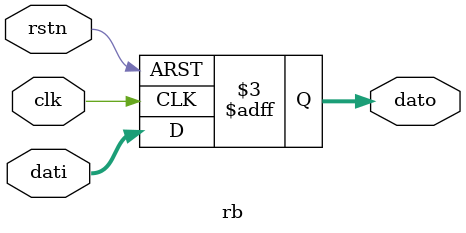
<source format=v>

module rb (
`ifdef USE_POWER_PINS
   inout vccd1,	// User area 1 1.8V supply
   inout vssd1,	// User area 1 digital ground
`endif
   input clk,
   input rstn,
   input [31:0] dati,
   output [31:0] dato);

reg [31:0] dato;

always @ (posedge clk or negedge rstn)
if (~rstn)
   dato <= 0;
else
   dato <= dati;

endmodule

</source>
